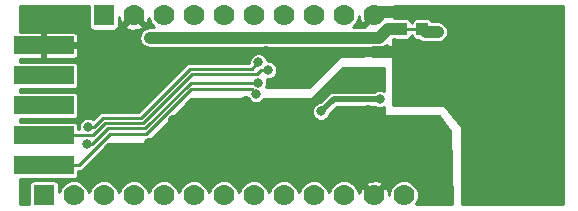
<source format=gbr>
G04 #@! TF.GenerationSoftware,KiCad,Pcbnew,(2017-11-22 revision 78366f8f0)-master*
G04 #@! TF.CreationDate,2018-01-05T15:31:28+02:00*
G04 #@! TF.ProjectId,BB-ADS1262-Rev.A,42422D414453313236322D5265762E41,rev?*
G04 #@! TF.SameCoordinates,Original*
G04 #@! TF.FileFunction,Copper,L2,Bot,Signal*
G04 #@! TF.FilePolarity,Positive*
%FSLAX46Y46*%
G04 Gerber Fmt 4.6, Leading zero omitted, Abs format (unit mm)*
G04 Created by KiCad (PCBNEW (2017-11-22 revision 78366f8f0)-master) date Fri Jan  5 15:31:28 2018*
%MOMM*%
%LPD*%
G01*
G04 APERTURE LIST*
%ADD10C,0.254000*%
%ADD11C,0.900000*%
%ADD12R,1.016000X1.016000*%
%ADD13C,1.778000*%
%ADD14R,1.778000X1.778000*%
%ADD15R,5.080000X1.524000*%
%ADD16C,0.800000*%
%ADD17C,1.016000*%
%ADD18C,0.508000*%
G04 APERTURE END LIST*
D10*
X87401400Y-49403000D02*
X89179400Y-49403000D01*
D11*
X89154000Y-62103000D03*
X87249000Y-48006000D03*
X87630000Y-55245000D03*
X92710000Y-55880000D03*
X94615000Y-59055000D03*
X100330000Y-49530000D03*
D12*
X89179400Y-49403000D03*
X87401400Y-49403000D03*
D11*
X90424000Y-52324000D03*
X91948000Y-51308000D03*
X88900000Y-51308000D03*
X96139000Y-51866800D03*
X88976200Y-59004200D03*
X66116200Y-50139600D03*
X81686400Y-51358800D03*
X85090000Y-51358800D03*
D13*
X87630000Y-63500000D03*
X82550000Y-63500000D03*
X85090000Y-63500000D03*
X80010000Y-63500000D03*
X77470000Y-63500000D03*
X72390000Y-63500000D03*
X74930000Y-63500000D03*
X69850000Y-63500000D03*
X67310000Y-63500000D03*
D14*
X57150000Y-63500000D03*
D13*
X59690000Y-63500000D03*
X62230000Y-63500000D03*
X64770000Y-63500000D03*
D11*
X84582000Y-54356000D03*
X84582000Y-56261000D03*
X85344000Y-58928000D03*
X80264000Y-59055000D03*
X66395600Y-51663600D03*
X71120000Y-61976000D03*
X73660000Y-61976000D03*
X59690000Y-48260000D03*
X73736200Y-51968400D03*
X65405000Y-54610000D03*
X75946000Y-51308000D03*
X61849000Y-60833000D03*
X66040000Y-59055000D03*
X68072000Y-57150000D03*
X80264000Y-61468000D03*
X77597000Y-61468000D03*
X74295000Y-57912000D03*
X74295000Y-55499000D03*
D15*
X57150000Y-60960000D03*
X57150000Y-58420000D03*
X57150000Y-55880000D03*
X57150000Y-53340000D03*
X57150000Y-50800000D03*
D13*
X85090000Y-48260000D03*
X82550000Y-48260000D03*
X77470000Y-48260000D03*
X80010000Y-48260000D03*
X74930000Y-48260000D03*
X72390000Y-48260000D03*
D14*
X62230000Y-48260000D03*
D13*
X64770000Y-48260000D03*
X67310000Y-48260000D03*
X69850000Y-48260000D03*
D16*
X85598000Y-55346600D03*
X80645000Y-56388000D03*
X75140641Y-54906548D03*
X76126901Y-52900200D03*
X75289237Y-53940093D03*
X60833000Y-59182000D03*
X75329989Y-52234409D03*
X60890197Y-57696065D03*
X90525600Y-49657000D03*
D17*
X86277706Y-49403000D02*
X85541106Y-50139600D01*
X87249000Y-49403000D02*
X86277706Y-49403000D01*
X85541106Y-50139600D02*
X66116200Y-50139600D01*
X85090000Y-51358800D02*
X88849200Y-51358800D01*
X88849200Y-51358800D02*
X88900000Y-51308000D01*
X87249000Y-48006000D02*
X85344000Y-48006000D01*
X85344000Y-48006000D02*
X85090000Y-48260000D01*
D18*
X57150000Y-50800000D02*
X62230000Y-50800000D01*
X62230000Y-50800000D02*
X63881001Y-49148999D01*
X63881001Y-49148999D02*
X64770000Y-48260000D01*
X85598000Y-55346600D02*
X81686400Y-55346600D01*
X81686400Y-55346600D02*
X80645000Y-56388000D01*
D10*
X69626467Y-54506549D02*
X74740642Y-54506549D01*
X74740642Y-54506549D02*
X75140641Y-54906548D01*
X65840016Y-58293000D02*
X69626467Y-54506549D01*
X62797962Y-58293000D02*
X65840016Y-58293000D01*
X57150000Y-60960000D02*
X60130962Y-60960000D01*
X60130962Y-60960000D02*
X62797962Y-58293000D01*
X75223016Y-53238400D02*
X69673272Y-53238400D01*
X76126901Y-52900200D02*
X75561216Y-52900200D01*
X69673272Y-53238400D02*
X65543480Y-57368192D01*
X75561216Y-52900200D02*
X75223016Y-53238400D01*
X65543480Y-57368192D02*
X62346685Y-57368192D01*
X62346685Y-57368192D02*
X61294877Y-58420000D01*
X61294877Y-58420000D02*
X57150000Y-58420000D01*
X61214000Y-59182000D02*
X62595997Y-57800003D01*
X65722341Y-57800003D02*
X69582251Y-53940093D01*
X69582251Y-53940093D02*
X74723552Y-53940093D01*
X62595997Y-57800003D02*
X65722341Y-57800003D01*
X74723552Y-53940093D02*
X75289237Y-53940093D01*
X60833000Y-59182000D02*
X61214000Y-59182000D01*
X74808598Y-52755800D02*
X74065906Y-52755800D01*
X75329989Y-52234409D02*
X74808598Y-52755800D01*
X74065906Y-52755800D02*
X69545200Y-52755800D01*
X69545200Y-52755800D02*
X65364619Y-56936381D01*
X65364619Y-56936381D02*
X62136428Y-56936381D01*
X62136428Y-56936381D02*
X61376744Y-57696065D01*
X61376744Y-57696065D02*
X60890197Y-57696065D01*
D17*
X90525600Y-49657000D02*
X89484201Y-49657000D01*
X89484201Y-49657000D02*
X89230201Y-49403000D01*
D10*
G36*
X60952536Y-49149000D02*
X60982106Y-49297659D01*
X61066314Y-49423686D01*
X61192341Y-49507894D01*
X61341000Y-49537464D01*
X63119000Y-49537464D01*
X63267659Y-49507894D01*
X63393686Y-49423686D01*
X63477894Y-49297659D01*
X63498651Y-49193303D01*
X64016302Y-49193303D01*
X64115303Y-49377179D01*
X64592664Y-49542681D01*
X65097023Y-49512906D01*
X65424697Y-49377179D01*
X65523698Y-49193303D01*
X64770000Y-48439605D01*
X64016302Y-49193303D01*
X63498651Y-49193303D01*
X63507464Y-49149000D01*
X63507464Y-48423900D01*
X63517094Y-48587023D01*
X63652821Y-48914697D01*
X63836697Y-49013698D01*
X64590395Y-48260000D01*
X64576253Y-48245858D01*
X64755858Y-48066253D01*
X64770000Y-48080395D01*
X64784143Y-48066253D01*
X64963748Y-48245858D01*
X64949605Y-48260000D01*
X65703303Y-49013698D01*
X65887179Y-48914697D01*
X66039812Y-48474453D01*
X66039780Y-48511510D01*
X66232718Y-48978458D01*
X66504386Y-49250600D01*
X66116200Y-49250600D01*
X65775994Y-49318271D01*
X65487582Y-49510982D01*
X65294871Y-49799394D01*
X65227200Y-50139600D01*
X65294871Y-50479806D01*
X65487582Y-50768218D01*
X65775994Y-50960929D01*
X66116200Y-51028600D01*
X85541106Y-51028600D01*
X85881312Y-50960929D01*
X86169500Y-50768368D01*
X86169500Y-51627500D01*
X82293984Y-51689016D01*
X82245543Y-51699453D01*
X82206197Y-51726197D01*
X79576394Y-54356000D01*
X75962192Y-54356000D01*
X76070101Y-54096125D01*
X76070373Y-53785424D01*
X76027273Y-53681113D01*
X76281570Y-53681336D01*
X76568724Y-53562686D01*
X76788615Y-53343179D01*
X76907765Y-53056232D01*
X76908037Y-52745531D01*
X76789387Y-52458377D01*
X76569880Y-52238486D01*
X76282933Y-52119336D01*
X76111090Y-52119186D01*
X76111125Y-52079740D01*
X75992475Y-51792586D01*
X75772968Y-51572695D01*
X75486021Y-51453545D01*
X75175320Y-51453273D01*
X74888166Y-51571923D01*
X74668275Y-51791430D01*
X74549125Y-52078377D01*
X74548977Y-52247800D01*
X69545200Y-52247800D01*
X69383050Y-52280054D01*
X69350796Y-52286469D01*
X69185990Y-52396590D01*
X65154199Y-56428381D01*
X62136428Y-56428381D01*
X61974278Y-56460635D01*
X61942024Y-56467050D01*
X61777217Y-56577171D01*
X61323892Y-57030496D01*
X61046229Y-56915201D01*
X60735528Y-56914929D01*
X60448374Y-57033579D01*
X60228483Y-57253086D01*
X60109333Y-57540033D01*
X60109061Y-57850734D01*
X60134376Y-57912000D01*
X60078464Y-57912000D01*
X60078464Y-57658000D01*
X60048894Y-57509341D01*
X59964686Y-57383314D01*
X59838659Y-57299106D01*
X59690000Y-57269536D01*
X55118000Y-57269536D01*
X55118000Y-57030464D01*
X59690000Y-57030464D01*
X59838659Y-57000894D01*
X59964686Y-56916686D01*
X60048894Y-56790659D01*
X60078464Y-56642000D01*
X60078464Y-55118000D01*
X60048894Y-54969341D01*
X59964686Y-54843314D01*
X59838659Y-54759106D01*
X59690000Y-54729536D01*
X55118000Y-54729536D01*
X55118000Y-54490464D01*
X59690000Y-54490464D01*
X59838659Y-54460894D01*
X59964686Y-54376686D01*
X60048894Y-54250659D01*
X60078464Y-54102000D01*
X60078464Y-52578000D01*
X60048894Y-52429341D01*
X59964686Y-52303314D01*
X59838659Y-52219106D01*
X59690000Y-52189536D01*
X55118000Y-52189536D01*
X55118000Y-51943000D01*
X56927750Y-51943000D01*
X57023000Y-51847750D01*
X57023000Y-50927000D01*
X57277000Y-50927000D01*
X57277000Y-51847750D01*
X57372250Y-51943000D01*
X59765786Y-51943000D01*
X59905820Y-51884996D01*
X60012996Y-51777819D01*
X60071000Y-51637785D01*
X60071000Y-51022250D01*
X59975750Y-50927000D01*
X57277000Y-50927000D01*
X57023000Y-50927000D01*
X57003000Y-50927000D01*
X57003000Y-50673000D01*
X57023000Y-50673000D01*
X57023000Y-49752250D01*
X57277000Y-49752250D01*
X57277000Y-50673000D01*
X59975750Y-50673000D01*
X60071000Y-50577750D01*
X60071000Y-49962215D01*
X60012996Y-49822181D01*
X59905820Y-49715004D01*
X59765786Y-49657000D01*
X57372250Y-49657000D01*
X57277000Y-49752250D01*
X57023000Y-49752250D01*
X56927750Y-49657000D01*
X55118000Y-49657000D01*
X55118000Y-47498000D01*
X60952536Y-47498000D01*
X60952536Y-49149000D01*
X60952536Y-49149000D01*
G37*
X60952536Y-49149000D02*
X60982106Y-49297659D01*
X61066314Y-49423686D01*
X61192341Y-49507894D01*
X61341000Y-49537464D01*
X63119000Y-49537464D01*
X63267659Y-49507894D01*
X63393686Y-49423686D01*
X63477894Y-49297659D01*
X63498651Y-49193303D01*
X64016302Y-49193303D01*
X64115303Y-49377179D01*
X64592664Y-49542681D01*
X65097023Y-49512906D01*
X65424697Y-49377179D01*
X65523698Y-49193303D01*
X64770000Y-48439605D01*
X64016302Y-49193303D01*
X63498651Y-49193303D01*
X63507464Y-49149000D01*
X63507464Y-48423900D01*
X63517094Y-48587023D01*
X63652821Y-48914697D01*
X63836697Y-49013698D01*
X64590395Y-48260000D01*
X64576253Y-48245858D01*
X64755858Y-48066253D01*
X64770000Y-48080395D01*
X64784143Y-48066253D01*
X64963748Y-48245858D01*
X64949605Y-48260000D01*
X65703303Y-49013698D01*
X65887179Y-48914697D01*
X66039812Y-48474453D01*
X66039780Y-48511510D01*
X66232718Y-48978458D01*
X66504386Y-49250600D01*
X66116200Y-49250600D01*
X65775994Y-49318271D01*
X65487582Y-49510982D01*
X65294871Y-49799394D01*
X65227200Y-50139600D01*
X65294871Y-50479806D01*
X65487582Y-50768218D01*
X65775994Y-50960929D01*
X66116200Y-51028600D01*
X85541106Y-51028600D01*
X85881312Y-50960929D01*
X86169500Y-50768368D01*
X86169500Y-51627500D01*
X82293984Y-51689016D01*
X82245543Y-51699453D01*
X82206197Y-51726197D01*
X79576394Y-54356000D01*
X75962192Y-54356000D01*
X76070101Y-54096125D01*
X76070373Y-53785424D01*
X76027273Y-53681113D01*
X76281570Y-53681336D01*
X76568724Y-53562686D01*
X76788615Y-53343179D01*
X76907765Y-53056232D01*
X76908037Y-52745531D01*
X76789387Y-52458377D01*
X76569880Y-52238486D01*
X76282933Y-52119336D01*
X76111090Y-52119186D01*
X76111125Y-52079740D01*
X75992475Y-51792586D01*
X75772968Y-51572695D01*
X75486021Y-51453545D01*
X75175320Y-51453273D01*
X74888166Y-51571923D01*
X74668275Y-51791430D01*
X74549125Y-52078377D01*
X74548977Y-52247800D01*
X69545200Y-52247800D01*
X69383050Y-52280054D01*
X69350796Y-52286469D01*
X69185990Y-52396590D01*
X65154199Y-56428381D01*
X62136428Y-56428381D01*
X61974278Y-56460635D01*
X61942024Y-56467050D01*
X61777217Y-56577171D01*
X61323892Y-57030496D01*
X61046229Y-56915201D01*
X60735528Y-56914929D01*
X60448374Y-57033579D01*
X60228483Y-57253086D01*
X60109333Y-57540033D01*
X60109061Y-57850734D01*
X60134376Y-57912000D01*
X60078464Y-57912000D01*
X60078464Y-57658000D01*
X60048894Y-57509341D01*
X59964686Y-57383314D01*
X59838659Y-57299106D01*
X59690000Y-57269536D01*
X55118000Y-57269536D01*
X55118000Y-57030464D01*
X59690000Y-57030464D01*
X59838659Y-57000894D01*
X59964686Y-56916686D01*
X60048894Y-56790659D01*
X60078464Y-56642000D01*
X60078464Y-55118000D01*
X60048894Y-54969341D01*
X59964686Y-54843314D01*
X59838659Y-54759106D01*
X59690000Y-54729536D01*
X55118000Y-54729536D01*
X55118000Y-54490464D01*
X59690000Y-54490464D01*
X59838659Y-54460894D01*
X59964686Y-54376686D01*
X60048894Y-54250659D01*
X60078464Y-54102000D01*
X60078464Y-52578000D01*
X60048894Y-52429341D01*
X59964686Y-52303314D01*
X59838659Y-52219106D01*
X59690000Y-52189536D01*
X55118000Y-52189536D01*
X55118000Y-51943000D01*
X56927750Y-51943000D01*
X57023000Y-51847750D01*
X57023000Y-50927000D01*
X57277000Y-50927000D01*
X57277000Y-51847750D01*
X57372250Y-51943000D01*
X59765786Y-51943000D01*
X59905820Y-51884996D01*
X60012996Y-51777819D01*
X60071000Y-51637785D01*
X60071000Y-51022250D01*
X59975750Y-50927000D01*
X57277000Y-50927000D01*
X57023000Y-50927000D01*
X57003000Y-50927000D01*
X57003000Y-50673000D01*
X57023000Y-50673000D01*
X57023000Y-49752250D01*
X57277000Y-49752250D01*
X57277000Y-50673000D01*
X59975750Y-50673000D01*
X60071000Y-50577750D01*
X60071000Y-49962215D01*
X60012996Y-49822181D01*
X59905820Y-49715004D01*
X59765786Y-49657000D01*
X57372250Y-49657000D01*
X57277000Y-49752250D01*
X57023000Y-49752250D01*
X56927750Y-49657000D01*
X55118000Y-49657000D01*
X55118000Y-47498000D01*
X60952536Y-47498000D01*
X60952536Y-49149000D01*
G36*
X85283748Y-48245858D02*
X85269605Y-48260000D01*
X85283748Y-48274143D01*
X85104143Y-48453748D01*
X85090000Y-48439605D01*
X84336302Y-49193303D01*
X84367151Y-49250600D01*
X83355291Y-49250600D01*
X83626026Y-48980337D01*
X83819779Y-48513727D01*
X83819968Y-48296929D01*
X83837094Y-48587023D01*
X83972821Y-48914697D01*
X84156697Y-49013698D01*
X84910395Y-48260000D01*
X84896253Y-48245858D01*
X85075858Y-48066253D01*
X85090000Y-48080395D01*
X85104143Y-48066253D01*
X85283748Y-48245858D01*
X85283748Y-48245858D01*
G37*
X85283748Y-48245858D02*
X85269605Y-48260000D01*
X85283748Y-48274143D01*
X85104143Y-48453748D01*
X85090000Y-48439605D01*
X84336302Y-49193303D01*
X84367151Y-49250600D01*
X83355291Y-49250600D01*
X83626026Y-48980337D01*
X83819779Y-48513727D01*
X83819968Y-48296929D01*
X83837094Y-48587023D01*
X83972821Y-48914697D01*
X84156697Y-49013698D01*
X84910395Y-48260000D01*
X84896253Y-48245858D01*
X85075858Y-48066253D01*
X85090000Y-48080395D01*
X85104143Y-48066253D01*
X85283748Y-48245858D01*
G36*
X101092000Y-64262000D02*
X92557600Y-64262000D01*
X92557600Y-57785000D01*
X92547933Y-57736399D01*
X92531156Y-57707428D01*
X91159556Y-55929428D01*
X91122216Y-55896852D01*
X91059000Y-55880000D01*
X86741358Y-55880000D01*
X86757099Y-50292000D01*
X86855876Y-50292000D01*
X86893400Y-50299464D01*
X87909400Y-50299464D01*
X88058059Y-50269894D01*
X88184086Y-50185686D01*
X88268294Y-50059659D01*
X88290400Y-49948524D01*
X88312506Y-50059659D01*
X88396714Y-50185686D01*
X88522741Y-50269894D01*
X88671400Y-50299464D01*
X88876305Y-50299464D01*
X89143995Y-50478329D01*
X89484201Y-50546000D01*
X90525600Y-50546000D01*
X90865806Y-50478329D01*
X91154218Y-50285618D01*
X91346929Y-49997206D01*
X91414600Y-49657000D01*
X91346929Y-49316794D01*
X91154218Y-49028382D01*
X90865806Y-48835671D01*
X90525600Y-48768000D01*
X90050602Y-48768000D01*
X90046294Y-48746341D01*
X89962086Y-48620314D01*
X89836059Y-48536106D01*
X89687400Y-48506536D01*
X88671400Y-48506536D01*
X88522741Y-48536106D01*
X88396714Y-48620314D01*
X88312506Y-48746341D01*
X88290400Y-48857476D01*
X88268294Y-48746341D01*
X88184086Y-48620314D01*
X88058059Y-48536106D01*
X87909400Y-48506536D01*
X86893400Y-48506536D01*
X86855876Y-48514000D01*
X86762107Y-48514000D01*
X86764969Y-47498000D01*
X101092000Y-47498000D01*
X101092000Y-64262000D01*
X101092000Y-64262000D01*
G37*
X101092000Y-64262000D02*
X92557600Y-64262000D01*
X92557600Y-57785000D01*
X92547933Y-57736399D01*
X92531156Y-57707428D01*
X91159556Y-55929428D01*
X91122216Y-55896852D01*
X91059000Y-55880000D01*
X86741358Y-55880000D01*
X86757099Y-50292000D01*
X86855876Y-50292000D01*
X86893400Y-50299464D01*
X87909400Y-50299464D01*
X88058059Y-50269894D01*
X88184086Y-50185686D01*
X88268294Y-50059659D01*
X88290400Y-49948524D01*
X88312506Y-50059659D01*
X88396714Y-50185686D01*
X88522741Y-50269894D01*
X88671400Y-50299464D01*
X88876305Y-50299464D01*
X89143995Y-50478329D01*
X89484201Y-50546000D01*
X90525600Y-50546000D01*
X90865806Y-50478329D01*
X91154218Y-50285618D01*
X91346929Y-49997206D01*
X91414600Y-49657000D01*
X91346929Y-49316794D01*
X91154218Y-49028382D01*
X90865806Y-48835671D01*
X90525600Y-48768000D01*
X90050602Y-48768000D01*
X90046294Y-48746341D01*
X89962086Y-48620314D01*
X89836059Y-48536106D01*
X89687400Y-48506536D01*
X88671400Y-48506536D01*
X88522741Y-48536106D01*
X88396714Y-48620314D01*
X88312506Y-48746341D01*
X88290400Y-48857476D01*
X88268294Y-48746341D01*
X88184086Y-48620314D01*
X88058059Y-48536106D01*
X87909400Y-48506536D01*
X86893400Y-48506536D01*
X86855876Y-48514000D01*
X86762107Y-48514000D01*
X86764969Y-47498000D01*
X101092000Y-47498000D01*
X101092000Y-64262000D01*
G36*
X85979000Y-54659150D02*
X85754032Y-54565736D01*
X85443331Y-54565464D01*
X85156177Y-54684114D01*
X85128643Y-54711600D01*
X81686400Y-54711600D01*
X81443396Y-54759936D01*
X81237387Y-54897587D01*
X80528077Y-55606897D01*
X80490331Y-55606864D01*
X80203177Y-55725514D01*
X79983286Y-55945021D01*
X79864136Y-56231968D01*
X79863864Y-56542669D01*
X79982514Y-56829823D01*
X80202021Y-57049714D01*
X80488968Y-57168864D01*
X80799669Y-57169136D01*
X81086823Y-57050486D01*
X81306714Y-56830979D01*
X81425864Y-56544032D01*
X81425898Y-56505128D01*
X81949426Y-55981600D01*
X85128354Y-55981600D01*
X85155021Y-56008314D01*
X85441968Y-56127464D01*
X85752669Y-56127736D01*
X85979000Y-56034218D01*
X85979000Y-56642000D01*
X85988667Y-56690601D01*
X86016197Y-56731803D01*
X86057399Y-56759333D01*
X86106000Y-56769000D01*
X90613329Y-56769000D01*
X91567777Y-58081366D01*
X91684393Y-64262000D01*
X88664290Y-64262000D01*
X88706026Y-64220337D01*
X88899779Y-63753727D01*
X88900220Y-63248490D01*
X88707282Y-62781542D01*
X88350337Y-62423974D01*
X87883727Y-62230221D01*
X87378490Y-62229780D01*
X86911542Y-62422718D01*
X86553974Y-62779663D01*
X86360221Y-63246273D01*
X86360032Y-63463071D01*
X86342906Y-63172977D01*
X86207179Y-62845303D01*
X86023303Y-62746302D01*
X85269605Y-63500000D01*
X85283748Y-63514143D01*
X85104143Y-63693748D01*
X85090000Y-63679605D01*
X85075858Y-63693748D01*
X84896253Y-63514143D01*
X84910395Y-63500000D01*
X84156697Y-62746302D01*
X83972821Y-62845303D01*
X83820188Y-63285547D01*
X83820220Y-63248490D01*
X83627282Y-62781542D01*
X83412812Y-62566697D01*
X84336302Y-62566697D01*
X85090000Y-63320395D01*
X85843698Y-62566697D01*
X85744697Y-62382821D01*
X85267336Y-62217319D01*
X84762977Y-62247094D01*
X84435303Y-62382821D01*
X84336302Y-62566697D01*
X83412812Y-62566697D01*
X83270337Y-62423974D01*
X82803727Y-62230221D01*
X82298490Y-62229780D01*
X81831542Y-62422718D01*
X81473974Y-62779663D01*
X81280221Y-63246273D01*
X81280219Y-63248488D01*
X81087282Y-62781542D01*
X80730337Y-62423974D01*
X80263727Y-62230221D01*
X79758490Y-62229780D01*
X79291542Y-62422718D01*
X78933974Y-62779663D01*
X78740221Y-63246273D01*
X78740219Y-63248488D01*
X78547282Y-62781542D01*
X78190337Y-62423974D01*
X77723727Y-62230221D01*
X77218490Y-62229780D01*
X76751542Y-62422718D01*
X76393974Y-62779663D01*
X76200221Y-63246273D01*
X76200219Y-63248488D01*
X76007282Y-62781542D01*
X75650337Y-62423974D01*
X75183727Y-62230221D01*
X74678490Y-62229780D01*
X74211542Y-62422718D01*
X73853974Y-62779663D01*
X73660221Y-63246273D01*
X73660219Y-63248488D01*
X73467282Y-62781542D01*
X73110337Y-62423974D01*
X72643727Y-62230221D01*
X72138490Y-62229780D01*
X71671542Y-62422718D01*
X71313974Y-62779663D01*
X71120221Y-63246273D01*
X71120219Y-63248488D01*
X70927282Y-62781542D01*
X70570337Y-62423974D01*
X70103727Y-62230221D01*
X69598490Y-62229780D01*
X69131542Y-62422718D01*
X68773974Y-62779663D01*
X68580221Y-63246273D01*
X68580219Y-63248488D01*
X68387282Y-62781542D01*
X68030337Y-62423974D01*
X67563727Y-62230221D01*
X67058490Y-62229780D01*
X66591542Y-62422718D01*
X66233974Y-62779663D01*
X66040221Y-63246273D01*
X66040219Y-63248488D01*
X65847282Y-62781542D01*
X65490337Y-62423974D01*
X65023727Y-62230221D01*
X64518490Y-62229780D01*
X64051542Y-62422718D01*
X63693974Y-62779663D01*
X63500221Y-63246273D01*
X63500219Y-63248488D01*
X63307282Y-62781542D01*
X62950337Y-62423974D01*
X62483727Y-62230221D01*
X61978490Y-62229780D01*
X61511542Y-62422718D01*
X61153974Y-62779663D01*
X60960221Y-63246273D01*
X60960219Y-63248488D01*
X60767282Y-62781542D01*
X60410337Y-62423974D01*
X59943727Y-62230221D01*
X59438490Y-62229780D01*
X58971542Y-62422718D01*
X58613974Y-62779663D01*
X58427464Y-63228830D01*
X58427464Y-62611000D01*
X58397894Y-62462341D01*
X58313686Y-62336314D01*
X58187659Y-62252106D01*
X58039000Y-62222536D01*
X56261000Y-62222536D01*
X56112341Y-62252106D01*
X55986314Y-62336314D01*
X55902106Y-62462341D01*
X55872536Y-62611000D01*
X55872536Y-64262000D01*
X55118000Y-64262000D01*
X55118000Y-62110464D01*
X59690000Y-62110464D01*
X59838659Y-62080894D01*
X59964686Y-61996686D01*
X60048894Y-61870659D01*
X60078464Y-61722000D01*
X60078464Y-61468000D01*
X60130962Y-61468000D01*
X60325365Y-61429331D01*
X60490172Y-61319210D01*
X62627383Y-59182000D01*
X65786000Y-59182000D01*
X65834601Y-59172333D01*
X65875803Y-59144803D01*
X69648606Y-55372000D01*
X74501743Y-55372000D01*
X74697662Y-55568262D01*
X74984609Y-55687412D01*
X75295310Y-55687684D01*
X75582464Y-55569034D01*
X75779843Y-55372000D01*
X79756000Y-55372000D01*
X79804601Y-55362333D01*
X79845803Y-55334803D01*
X82475606Y-52705000D01*
X85979000Y-52705000D01*
X85979000Y-54659150D01*
X85979000Y-54659150D01*
G37*
X85979000Y-54659150D02*
X85754032Y-54565736D01*
X85443331Y-54565464D01*
X85156177Y-54684114D01*
X85128643Y-54711600D01*
X81686400Y-54711600D01*
X81443396Y-54759936D01*
X81237387Y-54897587D01*
X80528077Y-55606897D01*
X80490331Y-55606864D01*
X80203177Y-55725514D01*
X79983286Y-55945021D01*
X79864136Y-56231968D01*
X79863864Y-56542669D01*
X79982514Y-56829823D01*
X80202021Y-57049714D01*
X80488968Y-57168864D01*
X80799669Y-57169136D01*
X81086823Y-57050486D01*
X81306714Y-56830979D01*
X81425864Y-56544032D01*
X81425898Y-56505128D01*
X81949426Y-55981600D01*
X85128354Y-55981600D01*
X85155021Y-56008314D01*
X85441968Y-56127464D01*
X85752669Y-56127736D01*
X85979000Y-56034218D01*
X85979000Y-56642000D01*
X85988667Y-56690601D01*
X86016197Y-56731803D01*
X86057399Y-56759333D01*
X86106000Y-56769000D01*
X90613329Y-56769000D01*
X91567777Y-58081366D01*
X91684393Y-64262000D01*
X88664290Y-64262000D01*
X88706026Y-64220337D01*
X88899779Y-63753727D01*
X88900220Y-63248490D01*
X88707282Y-62781542D01*
X88350337Y-62423974D01*
X87883727Y-62230221D01*
X87378490Y-62229780D01*
X86911542Y-62422718D01*
X86553974Y-62779663D01*
X86360221Y-63246273D01*
X86360032Y-63463071D01*
X86342906Y-63172977D01*
X86207179Y-62845303D01*
X86023303Y-62746302D01*
X85269605Y-63500000D01*
X85283748Y-63514143D01*
X85104143Y-63693748D01*
X85090000Y-63679605D01*
X85075858Y-63693748D01*
X84896253Y-63514143D01*
X84910395Y-63500000D01*
X84156697Y-62746302D01*
X83972821Y-62845303D01*
X83820188Y-63285547D01*
X83820220Y-63248490D01*
X83627282Y-62781542D01*
X83412812Y-62566697D01*
X84336302Y-62566697D01*
X85090000Y-63320395D01*
X85843698Y-62566697D01*
X85744697Y-62382821D01*
X85267336Y-62217319D01*
X84762977Y-62247094D01*
X84435303Y-62382821D01*
X84336302Y-62566697D01*
X83412812Y-62566697D01*
X83270337Y-62423974D01*
X82803727Y-62230221D01*
X82298490Y-62229780D01*
X81831542Y-62422718D01*
X81473974Y-62779663D01*
X81280221Y-63246273D01*
X81280219Y-63248488D01*
X81087282Y-62781542D01*
X80730337Y-62423974D01*
X80263727Y-62230221D01*
X79758490Y-62229780D01*
X79291542Y-62422718D01*
X78933974Y-62779663D01*
X78740221Y-63246273D01*
X78740219Y-63248488D01*
X78547282Y-62781542D01*
X78190337Y-62423974D01*
X77723727Y-62230221D01*
X77218490Y-62229780D01*
X76751542Y-62422718D01*
X76393974Y-62779663D01*
X76200221Y-63246273D01*
X76200219Y-63248488D01*
X76007282Y-62781542D01*
X75650337Y-62423974D01*
X75183727Y-62230221D01*
X74678490Y-62229780D01*
X74211542Y-62422718D01*
X73853974Y-62779663D01*
X73660221Y-63246273D01*
X73660219Y-63248488D01*
X73467282Y-62781542D01*
X73110337Y-62423974D01*
X72643727Y-62230221D01*
X72138490Y-62229780D01*
X71671542Y-62422718D01*
X71313974Y-62779663D01*
X71120221Y-63246273D01*
X71120219Y-63248488D01*
X70927282Y-62781542D01*
X70570337Y-62423974D01*
X70103727Y-62230221D01*
X69598490Y-62229780D01*
X69131542Y-62422718D01*
X68773974Y-62779663D01*
X68580221Y-63246273D01*
X68580219Y-63248488D01*
X68387282Y-62781542D01*
X68030337Y-62423974D01*
X67563727Y-62230221D01*
X67058490Y-62229780D01*
X66591542Y-62422718D01*
X66233974Y-62779663D01*
X66040221Y-63246273D01*
X66040219Y-63248488D01*
X65847282Y-62781542D01*
X65490337Y-62423974D01*
X65023727Y-62230221D01*
X64518490Y-62229780D01*
X64051542Y-62422718D01*
X63693974Y-62779663D01*
X63500221Y-63246273D01*
X63500219Y-63248488D01*
X63307282Y-62781542D01*
X62950337Y-62423974D01*
X62483727Y-62230221D01*
X61978490Y-62229780D01*
X61511542Y-62422718D01*
X61153974Y-62779663D01*
X60960221Y-63246273D01*
X60960219Y-63248488D01*
X60767282Y-62781542D01*
X60410337Y-62423974D01*
X59943727Y-62230221D01*
X59438490Y-62229780D01*
X58971542Y-62422718D01*
X58613974Y-62779663D01*
X58427464Y-63228830D01*
X58427464Y-62611000D01*
X58397894Y-62462341D01*
X58313686Y-62336314D01*
X58187659Y-62252106D01*
X58039000Y-62222536D01*
X56261000Y-62222536D01*
X56112341Y-62252106D01*
X55986314Y-62336314D01*
X55902106Y-62462341D01*
X55872536Y-62611000D01*
X55872536Y-64262000D01*
X55118000Y-64262000D01*
X55118000Y-62110464D01*
X59690000Y-62110464D01*
X59838659Y-62080894D01*
X59964686Y-61996686D01*
X60048894Y-61870659D01*
X60078464Y-61722000D01*
X60078464Y-61468000D01*
X60130962Y-61468000D01*
X60325365Y-61429331D01*
X60490172Y-61319210D01*
X62627383Y-59182000D01*
X65786000Y-59182000D01*
X65834601Y-59172333D01*
X65875803Y-59144803D01*
X69648606Y-55372000D01*
X74501743Y-55372000D01*
X74697662Y-55568262D01*
X74984609Y-55687412D01*
X75295310Y-55687684D01*
X75582464Y-55569034D01*
X75779843Y-55372000D01*
X79756000Y-55372000D01*
X79804601Y-55362333D01*
X79845803Y-55334803D01*
X82475606Y-52705000D01*
X85979000Y-52705000D01*
X85979000Y-54659150D01*
M02*

</source>
